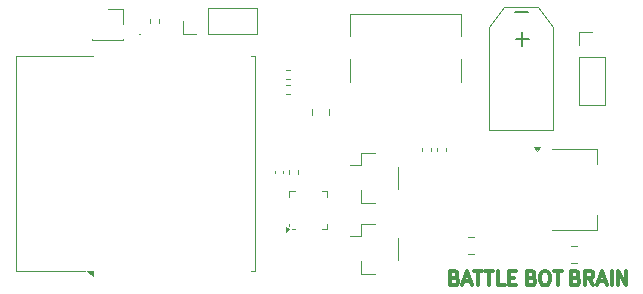
<source format=gbr>
%TF.GenerationSoftware,KiCad,Pcbnew,9.0.3*%
%TF.CreationDate,2025-07-27T20:59:41-06:00*%
%TF.ProjectId,Battle_Bot_Mind,42617474-6c65-45f4-926f-745f4d696e64,rev?*%
%TF.SameCoordinates,Original*%
%TF.FileFunction,Legend,Top*%
%TF.FilePolarity,Positive*%
%FSLAX46Y46*%
G04 Gerber Fmt 4.6, Leading zero omitted, Abs format (unit mm)*
G04 Created by KiCad (PCBNEW 9.0.3) date 2025-07-27 20:59:41*
%MOMM*%
%LPD*%
G01*
G04 APERTURE LIST*
%ADD10C,0.300000*%
%ADD11C,0.150000*%
%ADD12C,0.120000*%
%ADD13C,0.100000*%
G04 APERTURE END LIST*
D10*
X137133082Y-93958971D02*
X137304510Y-94016114D01*
X137304510Y-94016114D02*
X137361653Y-94073257D01*
X137361653Y-94073257D02*
X137418796Y-94187542D01*
X137418796Y-94187542D02*
X137418796Y-94358971D01*
X137418796Y-94358971D02*
X137361653Y-94473257D01*
X137361653Y-94473257D02*
X137304510Y-94530400D01*
X137304510Y-94530400D02*
X137190225Y-94587542D01*
X137190225Y-94587542D02*
X136733082Y-94587542D01*
X136733082Y-94587542D02*
X136733082Y-93387542D01*
X136733082Y-93387542D02*
X137133082Y-93387542D01*
X137133082Y-93387542D02*
X137247368Y-93444685D01*
X137247368Y-93444685D02*
X137304510Y-93501828D01*
X137304510Y-93501828D02*
X137361653Y-93616114D01*
X137361653Y-93616114D02*
X137361653Y-93730400D01*
X137361653Y-93730400D02*
X137304510Y-93844685D01*
X137304510Y-93844685D02*
X137247368Y-93901828D01*
X137247368Y-93901828D02*
X137133082Y-93958971D01*
X137133082Y-93958971D02*
X136733082Y-93958971D01*
X137875939Y-94244685D02*
X138447368Y-94244685D01*
X137761653Y-94587542D02*
X138161653Y-93387542D01*
X138161653Y-93387542D02*
X138561653Y-94587542D01*
X138790224Y-93387542D02*
X139475939Y-93387542D01*
X139133081Y-94587542D02*
X139133081Y-93387542D01*
X139704510Y-93387542D02*
X140390225Y-93387542D01*
X140047367Y-94587542D02*
X140047367Y-93387542D01*
X141361653Y-94587542D02*
X140790225Y-94587542D01*
X140790225Y-94587542D02*
X140790225Y-93387542D01*
X141761654Y-93958971D02*
X142161654Y-93958971D01*
X142333082Y-94587542D02*
X141761654Y-94587542D01*
X141761654Y-94587542D02*
X141761654Y-93387542D01*
X141761654Y-93387542D02*
X142333082Y-93387542D01*
X147383082Y-93958971D02*
X147554510Y-94016114D01*
X147554510Y-94016114D02*
X147611653Y-94073257D01*
X147611653Y-94073257D02*
X147668796Y-94187542D01*
X147668796Y-94187542D02*
X147668796Y-94358971D01*
X147668796Y-94358971D02*
X147611653Y-94473257D01*
X147611653Y-94473257D02*
X147554510Y-94530400D01*
X147554510Y-94530400D02*
X147440225Y-94587542D01*
X147440225Y-94587542D02*
X146983082Y-94587542D01*
X146983082Y-94587542D02*
X146983082Y-93387542D01*
X146983082Y-93387542D02*
X147383082Y-93387542D01*
X147383082Y-93387542D02*
X147497368Y-93444685D01*
X147497368Y-93444685D02*
X147554510Y-93501828D01*
X147554510Y-93501828D02*
X147611653Y-93616114D01*
X147611653Y-93616114D02*
X147611653Y-93730400D01*
X147611653Y-93730400D02*
X147554510Y-93844685D01*
X147554510Y-93844685D02*
X147497368Y-93901828D01*
X147497368Y-93901828D02*
X147383082Y-93958971D01*
X147383082Y-93958971D02*
X146983082Y-93958971D01*
X148868796Y-94587542D02*
X148468796Y-94016114D01*
X148183082Y-94587542D02*
X148183082Y-93387542D01*
X148183082Y-93387542D02*
X148640225Y-93387542D01*
X148640225Y-93387542D02*
X148754510Y-93444685D01*
X148754510Y-93444685D02*
X148811653Y-93501828D01*
X148811653Y-93501828D02*
X148868796Y-93616114D01*
X148868796Y-93616114D02*
X148868796Y-93787542D01*
X148868796Y-93787542D02*
X148811653Y-93901828D01*
X148811653Y-93901828D02*
X148754510Y-93958971D01*
X148754510Y-93958971D02*
X148640225Y-94016114D01*
X148640225Y-94016114D02*
X148183082Y-94016114D01*
X149325939Y-94244685D02*
X149897368Y-94244685D01*
X149211653Y-94587542D02*
X149611653Y-93387542D01*
X149611653Y-93387542D02*
X150011653Y-94587542D01*
X150411653Y-94587542D02*
X150411653Y-93387542D01*
X150983082Y-94587542D02*
X150983082Y-93387542D01*
X150983082Y-93387542D02*
X151668796Y-94587542D01*
X151668796Y-94587542D02*
X151668796Y-93387542D01*
X143633082Y-93958971D02*
X143804510Y-94016114D01*
X143804510Y-94016114D02*
X143861653Y-94073257D01*
X143861653Y-94073257D02*
X143918796Y-94187542D01*
X143918796Y-94187542D02*
X143918796Y-94358971D01*
X143918796Y-94358971D02*
X143861653Y-94473257D01*
X143861653Y-94473257D02*
X143804510Y-94530400D01*
X143804510Y-94530400D02*
X143690225Y-94587542D01*
X143690225Y-94587542D02*
X143233082Y-94587542D01*
X143233082Y-94587542D02*
X143233082Y-93387542D01*
X143233082Y-93387542D02*
X143633082Y-93387542D01*
X143633082Y-93387542D02*
X143747368Y-93444685D01*
X143747368Y-93444685D02*
X143804510Y-93501828D01*
X143804510Y-93501828D02*
X143861653Y-93616114D01*
X143861653Y-93616114D02*
X143861653Y-93730400D01*
X143861653Y-93730400D02*
X143804510Y-93844685D01*
X143804510Y-93844685D02*
X143747368Y-93901828D01*
X143747368Y-93901828D02*
X143633082Y-93958971D01*
X143633082Y-93958971D02*
X143233082Y-93958971D01*
X144661653Y-93387542D02*
X144890225Y-93387542D01*
X144890225Y-93387542D02*
X145004510Y-93444685D01*
X145004510Y-93444685D02*
X145118796Y-93558971D01*
X145118796Y-93558971D02*
X145175939Y-93787542D01*
X145175939Y-93787542D02*
X145175939Y-94187542D01*
X145175939Y-94187542D02*
X145118796Y-94416114D01*
X145118796Y-94416114D02*
X145004510Y-94530400D01*
X145004510Y-94530400D02*
X144890225Y-94587542D01*
X144890225Y-94587542D02*
X144661653Y-94587542D01*
X144661653Y-94587542D02*
X144547368Y-94530400D01*
X144547368Y-94530400D02*
X144433082Y-94416114D01*
X144433082Y-94416114D02*
X144375939Y-94187542D01*
X144375939Y-94187542D02*
X144375939Y-93787542D01*
X144375939Y-93787542D02*
X144433082Y-93558971D01*
X144433082Y-93558971D02*
X144547368Y-93444685D01*
X144547368Y-93444685D02*
X144661653Y-93387542D01*
X145518796Y-93387542D02*
X146204511Y-93387542D01*
X145861653Y-94587542D02*
X145861653Y-93387542D01*
D11*
X142864700Y-74321428D02*
X142864700Y-73178571D01*
X143436128Y-73749999D02*
X142293271Y-73749999D01*
X142203571Y-71489700D02*
X143346429Y-71489700D01*
D12*
%TO.C,J4*%
X106420000Y-73710000D02*
X106420000Y-73830000D01*
X106420000Y-73830000D02*
X109080000Y-73830000D01*
X107750000Y-71170000D02*
X109080000Y-71170000D01*
X109080000Y-71170000D02*
X109080000Y-72500000D01*
X109080000Y-73710000D02*
X109080000Y-73830000D01*
%TO.C,U1*%
X106500000Y-93850000D02*
X106000000Y-93350000D01*
X106500000Y-93350000D01*
X106500000Y-93850000D01*
G36*
X106500000Y-93850000D02*
G01*
X106000000Y-93350000D01*
X106500000Y-93350000D01*
X106500000Y-93850000D01*
G37*
X120210000Y-93360000D02*
X120210000Y-75140000D01*
X119910000Y-93360000D02*
X120210000Y-93360000D01*
X119910000Y-75140000D02*
X120210000Y-75140000D01*
X99990000Y-93360000D02*
X105800000Y-93360000D01*
X99990000Y-93360000D02*
X99990000Y-75140000D01*
X99990000Y-75140000D02*
X106490000Y-75140000D01*
%TO.C,J2*%
X140040000Y-72740000D02*
X140040000Y-81460000D01*
X141340000Y-71040000D02*
X140040000Y-72740000D01*
X144160000Y-71040000D02*
X141340000Y-71040000D01*
X144160000Y-71040000D02*
X145460000Y-72740000D01*
X145460000Y-72740000D02*
X145460000Y-81460000D01*
X145460000Y-81460000D02*
X140040000Y-81460000D01*
%TO.C,R6*%
X123167621Y-76408000D02*
X122832379Y-76408000D01*
X123167621Y-77168000D02*
X122832379Y-77168000D01*
%TO.C,DBG1*%
X114140000Y-73360000D02*
X114140000Y-72250000D01*
X115250000Y-73360000D02*
X114140000Y-73360000D01*
X116250000Y-71140000D02*
X120360000Y-71140000D01*
X116250000Y-73360000D02*
X116250000Y-71140000D01*
X116250000Y-73360000D02*
X120360000Y-73360000D01*
X120360000Y-73360000D02*
X120360000Y-71140000D01*
%TO.C,R5*%
X123167621Y-77658000D02*
X122832379Y-77658000D01*
X123167621Y-78418000D02*
X122832379Y-78418000D01*
%TO.C,R1*%
X135620000Y-83265121D02*
X135620000Y-82929879D01*
X136380000Y-83265121D02*
X136380000Y-82929879D01*
%TO.C,J1*%
X128300000Y-73500000D02*
X128300000Y-71600000D01*
X128300000Y-77400000D02*
X128300000Y-75400000D01*
X137700000Y-71600000D02*
X128300000Y-71600000D01*
X137700000Y-73500000D02*
X137700000Y-71600000D01*
X137700000Y-77400000D02*
X137700000Y-75400000D01*
D13*
%TO.C,D2*%
X110550000Y-73355000D02*
G75*
G02*
X110450000Y-73355000I-50000J0D01*
G01*
X110450000Y-73355000D02*
G75*
G02*
X110550000Y-73355000I50000J0D01*
G01*
D12*
%TO.C,C1*%
X125015000Y-79688748D02*
X125015000Y-80211252D01*
X126485000Y-79688748D02*
X126485000Y-80211252D01*
%TO.C,R3*%
X111370000Y-72393641D02*
X111370000Y-72086359D01*
X112130000Y-72393641D02*
X112130000Y-72086359D01*
%TO.C,R8*%
X123120000Y-85143641D02*
X123120000Y-84836359D01*
X123880000Y-85143641D02*
X123880000Y-84836359D01*
%TO.C,U4*%
X145400000Y-83090000D02*
X149160000Y-83090000D01*
X145400000Y-89910000D02*
X149160000Y-89910000D01*
X149160000Y-83090000D02*
X149160000Y-84350000D01*
X149160000Y-89910000D02*
X149160000Y-88650000D01*
X144120000Y-83190000D02*
X143880000Y-82860000D01*
X144360000Y-82860000D01*
X144120000Y-83190000D01*
G36*
X144120000Y-83190000D02*
G01*
X143880000Y-82860000D01*
X144360000Y-82860000D01*
X144120000Y-83190000D01*
G37*
%TO.C,C9*%
X121910000Y-84882164D02*
X121910000Y-85097836D01*
X122630000Y-84882164D02*
X122630000Y-85097836D01*
%TO.C,M1*%
X129215000Y-83390000D02*
X129215000Y-84440000D01*
X129215000Y-84440000D02*
X128225000Y-84440000D01*
X129215000Y-87610000D02*
X129215000Y-86560000D01*
X130365000Y-83390000D02*
X129215000Y-83390000D01*
X130365000Y-87610000D02*
X129215000Y-87610000D01*
X132335000Y-84560000D02*
X132335000Y-86440000D01*
%TO.C,U3*%
X123140000Y-86640000D02*
X123615000Y-86640000D01*
X123140000Y-87115000D02*
X123140000Y-86640000D01*
X123140000Y-89385000D02*
X123140000Y-89560000D01*
X123615000Y-89860000D02*
X123380000Y-89860000D01*
X126360000Y-86640000D02*
X125885000Y-86640000D01*
X126360000Y-87115000D02*
X126360000Y-86640000D01*
X126360000Y-89385000D02*
X126360000Y-89860000D01*
X126360000Y-89860000D02*
X125885000Y-89860000D01*
X123140000Y-89860000D02*
X122810000Y-90100000D01*
X122810000Y-89620000D01*
X123140000Y-89860000D01*
G36*
X123140000Y-89860000D02*
G01*
X122810000Y-90100000D01*
X122810000Y-89620000D01*
X123140000Y-89860000D01*
G37*
%TO.C,C6*%
X138278748Y-90515000D02*
X138801252Y-90515000D01*
X138278748Y-91985000D02*
X138801252Y-91985000D01*
%TO.C,C5*%
X147461252Y-91265000D02*
X146938748Y-91265000D01*
X147461252Y-92735000D02*
X146938748Y-92735000D01*
%TO.C,R2*%
X134370000Y-83265121D02*
X134370000Y-82929879D01*
X135130000Y-83265121D02*
X135130000Y-82929879D01*
%TO.C,M2*%
X129215000Y-89390000D02*
X129215000Y-90440000D01*
X129215000Y-90440000D02*
X128225000Y-90440000D01*
X129215000Y-93610000D02*
X129215000Y-92560000D01*
X130365000Y-89390000D02*
X129215000Y-89390000D01*
X130365000Y-93610000D02*
X129215000Y-93610000D01*
X132335000Y-90560000D02*
X132335000Y-92440000D01*
%TO.C,J3*%
X147640000Y-73140000D02*
X148750000Y-73140000D01*
X147640000Y-74250000D02*
X147640000Y-73140000D01*
X147640000Y-75250000D02*
X147640000Y-79360000D01*
X147640000Y-75250000D02*
X149860000Y-75250000D01*
X147640000Y-79360000D02*
X149860000Y-79360000D01*
X149860000Y-75250000D02*
X149860000Y-79360000D01*
%TD*%
M02*

</source>
